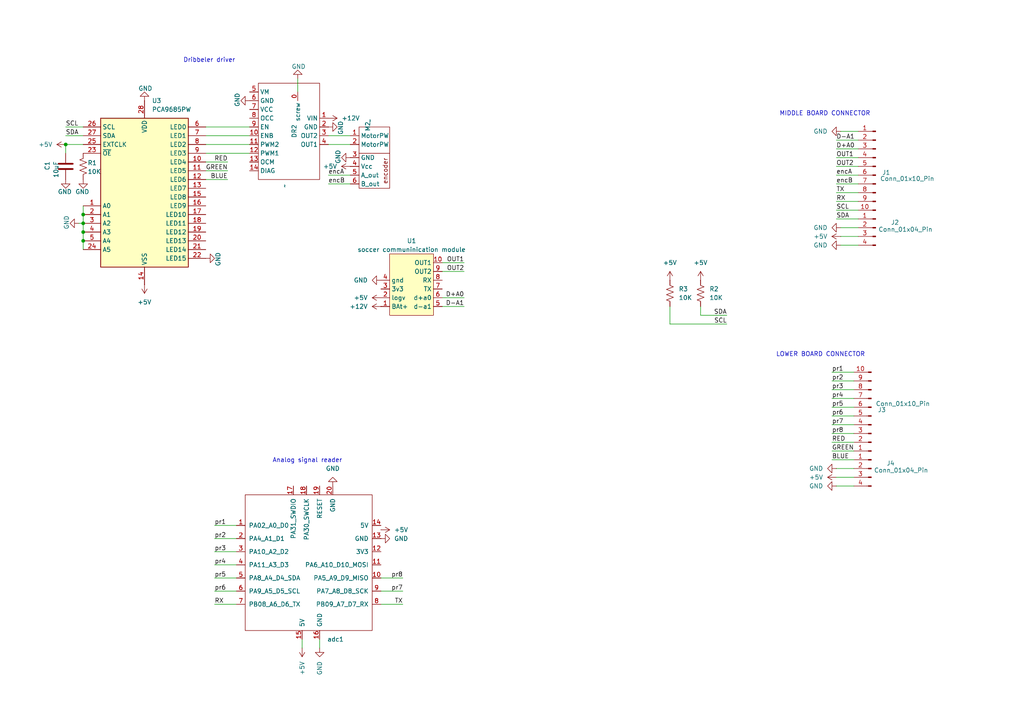
<source format=kicad_sch>
(kicad_sch (version 20250114) (generator "eeschema") (generator_version "9.0")
  (paper "A4")
  (lib_symbols
    (symbol "Connector:Conn_01x04_Pin" (pin_names (offset 1.016) (hide yes))
      (property "Reference" "J" (at 0 5.08 0))
      (property "Value" "Conn_01x04_Pin" (at 0 -7.62 0))
      (symbol "Conn_01x04_Pin_1_1"
        (rectangle (start 0.8636 2.667) (end 0 2.413) (stroke (width 0.1524)) (fill (type outline)))
        (rectangle (start 0.8636 0.127) (end 0 -0.127) (stroke (width 0.1524)) (fill (type outline)))
        (rectangle (start 0.8636 -2.413) (end 0 -2.667) (stroke (width 0.1524)) (fill (type outline)))
        (rectangle (start 0.8636 -4.953) (end 0 -5.207) (stroke (width 0.1524)) (fill (type outline)))
        (polyline (pts (xy 1.27 2.54) (xy 0.8636 2.54)) (stroke (width 0.1524)))
        (polyline (pts (xy 1.27 0) (xy 0.8636 0)) (stroke (width 0.1524)))
        (polyline (pts (xy 1.27 -2.54) (xy 0.8636 -2.54)) (stroke (width 0.1524)))
        (polyline (pts (xy 1.27 -5.08) (xy 0.8636 -5.08)) (stroke (width 0.1524)))
        (pin passive line (at 5.08 2.54 180) (length 3.81) (name "Pin_1") (number "1"))
        (pin passive line (at 5.08 0 180) (length 3.81) (name "Pin_2") (number "2"))
        (pin passive line (at 5.08 -2.54 180) (length 3.81) (name "Pin_3") (number "3"))
        (pin passive line (at 5.08 -5.08 180) (length 3.81) (name "Pin_4") (number "4"))
      )
    )
    (symbol "Connector:Conn_01x10_Pin" (pin_names (offset 1.016) (hide yes))
      (property "Reference" "J" (at 0 12.7 0))
      (property "Value" "Conn_01x10_Pin" (at 0 -15.24 0))
      (symbol "Conn_01x10_Pin_1_1"
        (rectangle (start 0.8636 10.287) (end 0 10.033) (stroke (width 0.1524)) (fill (type outline)))
        (rectangle (start 0.8636 7.747) (end 0 7.493) (stroke (width 0.1524)) (fill (type outline)))
        (rectangle (start 0.8636 5.207) (end 0 4.953) (stroke (width 0.1524)) (fill (type outline)))
        (rectangle (start 0.8636 2.667) (end 0 2.413) (stroke (width 0.1524)) (fill (type outline)))
        (rectangle (start 0.8636 0.127) (end 0 -0.127) (stroke (width 0.1524)) (fill (type outline)))
        (rectangle (start 0.8636 -2.413) (end 0 -2.667) (stroke (width 0.1524)) (fill (type outline)))
        (rectangle (start 0.8636 -4.953) (end 0 -5.207) (stroke (width 0.1524)) (fill (type outline)))
        (rectangle (start 0.8636 -7.493) (end 0 -7.747) (stroke (width 0.1524)) (fill (type outline)))
        (rectangle (start 0.8636 -10.033) (end 0 -10.287) (stroke (width 0.1524)) (fill (type outline)))
        (rectangle (start 0.8636 -12.573) (end 0 -12.827) (stroke (width 0.1524)) (fill (type outline)))
        (polyline (pts (xy 1.27 10.16) (xy 0.8636 10.16)) (stroke (width 0.1524)))
        (polyline (pts (xy 1.27 7.62) (xy 0.8636 7.62)) (stroke (width 0.1524)))
        (polyline (pts (xy 1.27 5.08) (xy 0.8636 5.08)) (stroke (width 0.1524)))
        (polyline (pts (xy 1.27 2.54) (xy 0.8636 2.54)) (stroke (width 0.1524)))
        (polyline (pts (xy 1.27 0) (xy 0.8636 0)) (stroke (width 0.1524)))
        (polyline (pts (xy 1.27 -2.54) (xy 0.8636 -2.54)) (stroke (width 0.1524)))
        (polyline (pts (xy 1.27 -5.08) (xy 0.8636 -5.08)) (stroke (width 0.1524)))
        (polyline (pts (xy 1.27 -7.62) (xy 0.8636 -7.62)) (stroke (width 0.1524)))
        (polyline (pts (xy 1.27 -10.16) (xy 0.8636 -10.16)) (stroke (width 0.1524)))
        (polyline (pts (xy 1.27 -12.7) (xy 0.8636 -12.7)) (stroke (width 0.1524)))
        (pin passive line (at 5.08 10.16 180) (length 3.81) (name "Pin_1") (number "1"))
        (pin passive line (at 5.08 7.62 180) (length 3.81) (name "Pin_2") (number "2"))
        (pin passive line (at 5.08 5.08 180) (length 3.81) (name "Pin_3") (number "3"))
        (pin passive line (at 5.08 2.54 180) (length 3.81) (name "Pin_4") (number "4"))
        (pin passive line (at 5.08 0 180) (length 3.81) (name "Pin_5") (number "5"))
        (pin passive line (at 5.08 -2.54 180) (length 3.81) (name "Pin_6") (number "6"))
        (pin passive line (at 5.08 -5.08 180) (length 3.81) (name "Pin_7") (number "7"))
        (pin passive line (at 5.08 -7.62 180) (length 3.81) (name "Pin_8") (number "8"))
        (pin passive line (at 5.08 -10.16 180) (length 3.81) (name "Pin_9") (number "9"))
        (pin passive line (at 5.08 -12.7 180) (length 3.81) (name "Pin_10") (number "10"))
      )
    )
    (symbol "Device:C" (pin_numbers (hide yes)) (pin_names (offset 0.254))
      (property "Reference" "C" (at 0.635 2.54 0))
      (property "Value" "C" (at 0.635 -2.54 0))
      (symbol "C_0_1"
        (polyline (pts (xy -2.032 0.762) (xy 2.032 0.762)) (stroke (width 0.508)))
        (polyline (pts (xy -2.032 -0.762) (xy 2.032 -0.762)) (stroke (width 0.508)))
      )
      (symbol "C_1_1"
        (pin passive line (at 0 3.81 270) (length 2.794) (name "~") (number "1"))
        (pin passive line (at 0 -3.81 90) (length 2.794) (name "~") (number "2"))
      )
    )
    (symbol "Device:R_US" (pin_numbers (hide yes)) (pin_names (offset 0))
      (property "Reference" "R" (at 2.54 0 90))
      (property "Value" "R_US" (at -2.54 0 90))
      (symbol "R_US_0_1"
        (polyline (pts (xy 0 2.286) (xy 0 2.54)))
        (polyline (pts (xy 0 2.286) (xy 1.016 1.905) (xy 0 1.524) (xy -1.016 1.143) (xy 0 0.762)))
        (polyline (pts (xy 0 0.762) (xy 1.016 0.381) (xy 0 0) (xy -1.016 -0.381) (xy 0 -0.762)))
        (polyline (pts (xy 0 -0.762) (xy 1.016 -1.143) (xy 0 -1.524) (xy -1.016 -1.905) (xy 0 -2.286)))
        (polyline (pts (xy 0 -2.286) (xy 0 -2.54)))
      )
      (symbol "R_US_1_1"
        (pin passive line (at 0 3.81 270) (length 1.27) (name "~") (number "1"))
        (pin passive line (at 0 -3.81 90) (length 1.27) (name "~") (number "2"))
      )
    )
    (symbol "Driver_LED:PCA9685PW"
      (property "Reference" "U" (at -12.7 22.225 0))
      (property "Value" "PCA9685PW" (at 1.27 22.225 0))
      (symbol "PCA9685PW_0_1"
        (rectangle (start -12.7 20.32) (end 12.7 -22.86) (stroke (width 0.254)) (fill (type background)))
      )
      (symbol "PCA9685PW_1_1"
        (pin input line (at -17.78 17.78 0) (length 5.08) (name "SCL") (number "26"))
        (pin bidirectional line (at -17.78 15.24 0) (length 5.08) (name "SDA") (number "27"))
        (pin input line (at -17.78 12.7 0) (length 5.08) (name "EXTCLK") (number "25"))
        (pin input line (at -17.78 10.16 0) (length 5.08) (name "~{OE}") (number "23"))
        (pin input line (at -17.78 -5.08 0) (length 5.08) (name "A0") (number "1"))
        (pin input line (at -17.78 -7.62 0) (length 5.08) (name "A1") (number "2"))
        (pin input line (at -17.78 -10.16 0) (length 5.08) (name "A2") (number "3"))
        (pin input line (at -17.78 -12.7 0) (length 5.08) (name "A3") (number "4"))
        (pin input line (at -17.78 -15.24 0) (length 5.08) (name "A4") (number "5"))
        (pin input line (at -17.78 -17.78 0) (length 5.08) (name "A5") (number "24"))
        (pin power_in line (at 0 25.4 270) (length 5.08) (name "VDD") (number "28"))
        (pin power_in line (at 0 -27.94 90) (length 5.08) (name "VSS") (number "14"))
        (pin output line (at 17.78 17.78 180) (length 5.08) (name "LED0") (number "6"))
        (pin output line (at 17.78 15.24 180) (length 5.08) (name "LED1") (number "7"))
        (pin output line (at 17.78 12.7 180) (length 5.08) (name "LED2") (number "8"))
        (pin output line (at 17.78 10.16 180) (length 5.08) (name "LED3") (number "9"))
        (pin output line (at 17.78 7.62 180) (length 5.08) (name "LED4") (number "10"))
        (pin output line (at 17.78 5.08 180) (length 5.08) (name "LED5") (number "11"))
        (pin output line (at 17.78 2.54 180) (length 5.08) (name "LED6") (number "12"))
        (pin output line (at 17.78 0 180) (length 5.08) (name "LED7") (number "13"))
        (pin output line (at 17.78 -2.54 180) (length 5.08) (name "LED8") (number "15"))
        (pin output line (at 17.78 -5.08 180) (length 5.08) (name "LED9") (number "16"))
        (pin output line (at 17.78 -7.62 180) (length 5.08) (name "LED10") (number "17"))
        (pin output line (at 17.78 -10.16 180) (length 5.08) (name "LED11") (number "18"))
        (pin output line (at 17.78 -12.7 180) (length 5.08) (name "LED12") (number "19"))
        (pin output line (at 17.78 -15.24 180) (length 5.08) (name "LED13") (number "20"))
        (pin output line (at 17.78 -17.78 180) (length 5.08) (name "LED14") (number "21"))
        (pin output line (at 17.78 -20.32 180) (length 5.08) (name "LED15") (number "22"))
      )
    )
    (symbol "Library:Seeed Studio XIAO SAMD21" (pin_names (offset 1.016))
      (property "Reference" "U" (at -19.05 22.86 0))
      (property "Value" "Seeed Studio XIAO SAMD21" (at -12.7 21.59 0))
      (symbol "Seeed Studio XIAO SAMD21_0_1"
        (rectangle (start -19.05 20.32) (end 17.78 -19.05))
      )
      (symbol "Seeed Studio XIAO SAMD21_1_1"
        (pin unspecified line (at -21.59 11.43 0) (length 2.54) (name "PA02_A0_D0") (number "1"))
        (pin unspecified line (at -21.59 7.62 0) (length 2.54) (name "PA4_A1_D1") (number "2"))
        (pin unspecified line (at -21.59 3.81 0) (length 2.54) (name "PA10_A2_D2") (number "3"))
        (pin unspecified line (at -21.59 0 0) (length 2.54) (name "PA11_A3_D3") (number "4"))
        (pin unspecified line (at -21.59 -3.81 0) (length 2.54) (name "PA8_A4_D4_SDA") (number "5"))
        (pin unspecified line (at -21.59 -7.62 0) (length 2.54) (name "PA9_A5_D5_SCL") (number "6"))
        (pin unspecified line (at -21.59 -11.43 0) (length 2.54) (name "PB08_A6_D6_TX") (number "7"))
        (pin input line (at -5.08 22.86 270) (length 2.54) (name "PA31_SWDIO") (number "17"))
        (pin input line (at -2.54 -21.59 90) (length 2.54) (name "5V") (number "15"))
        (pin input line (at -1.27 22.86 270) (length 2.54) (name "PA30_SWCLK") (number "18"))
        (pin input line (at 2.54 22.86 270) (length 2.54) (name "RESET") (number "19"))
        (pin input line (at 2.54 -21.59 90) (length 2.54) (name "GND") (number "16"))
        (pin input line (at 6.35 22.86 270) (length 2.54) (name "GND") (number "20"))
        (pin unspecified line (at 20.32 11.43 180) (length 2.54) (name "5V") (number "14"))
        (pin unspecified line (at 20.32 7.62 180) (length 2.54) (name "GND") (number "13"))
        (pin unspecified line (at 20.32 3.81 180) (length 2.54) (name "3V3") (number "12"))
        (pin unspecified line (at 20.32 0 180) (length 2.54) (name "PA6_A10_D10_MOSI") (number "11"))
        (pin unspecified line (at 20.32 -3.81 180) (length 2.54) (name "PA5_A9_D9_MISO") (number "10"))
        (pin unspecified line (at 20.32 -7.62 180) (length 2.54) (name "PA7_A8_D8_SCK") (number "9"))
        (pin unspecified line (at 20.32 -11.43 180) (length 2.54) (name "PB09_A7_D7_RX") (number "8"))
      )
    )
    (symbol "Library:pololu_4.4{colon}1_Metal_Gearmotor_25Dx63L_mm_MP_12V_with_48_CPR_Encoder"
      (property "Reference" "M" (at 0.508 -5.842 0))
      (symbol "pololu_4.4{colon}1_Metal_Gearmotor_25Dx63L_mm_MP_12V_with_48_CPR_Encoder_0_1"
        (rectangle (start -1.27 -3.81) (end -8.89 5.08))
        (rectangle (start -1.27 -3.81) (end 8.89 5.08))
      )
      (symbol "pololu_4.4{colon}1_Metal_Gearmotor_25Dx63L_mm_MP_12V_with_48_CPR_Encoder_1_1"
        (text "encoder\n" (at 3.81 -2.54 0) (effects (font (size 1.27 1.27))))
        (pin power_in line (at -6.35 7.62 270) (length 2.54) (name "MotorPW") (number "1"))
        (pin power_in line (at -3.81 7.62 270) (length 2.54) (name "MotorPW") (number "2"))
        (pin power_in line (at 0 7.62 270) (length 2.54) (name "GND") (number "3"))
        (pin power_in line (at 2.54 7.62 270) (length 2.54) (name "Vcc") (number "4"))
        (pin output line (at 5.08 7.62 270) (length 2.54) (name "A_out") (number "5"))
        (pin output line (at 7.62 7.62 270) (length 2.54) (name "B_out") (number "6"))
      )
    )
    (symbol "New_Library:soccer-com-mod"
      (property "Reference" "U" (at 0 9.906 0))
      (property "Value" "soccer_communication_module" (at 0.508 8.636 0))
      (symbol "soccer-com-mod_1_1"
        (rectangle (start -6.35 7.62) (end 6.35 -10.16) (fill (type background)))
        (pin input line (at -8.89 0 0) (length 2.54) (name "gnd") (number "4"))
        (pin input line (at -8.89 -2.54 0) (length 2.54) (name "3v3") (number "3"))
        (pin input line (at -8.89 -5.08 0) (length 2.54) (name "logv") (number "2"))
        (pin input line (at -8.89 -7.62 0) (length 2.54) (name "BAt+") (number "1"))
        (pin input line (at 8.89 5.08 180) (length 2.54) (name "OUT1") (number "10"))
        (pin input line (at 8.89 2.54 180) (length 2.54) (name "OUT2") (number "9"))
        (pin input line (at 8.89 0 180) (length 2.54) (name "RX") (number "8"))
        (pin input line (at 8.89 -2.54 180) (length 2.54) (name "TX") (number "7"))
        (pin input line (at 8.89 -5.08 180) (length 2.54) (name "d+a0") (number "6"))
        (pin input line (at 8.89 -7.62 180) (length 2.54) (name "d-a1") (number "5"))
      )
    )
    (symbol "TB9051FTG_2"
      (property "Reference" "DR" (at 0 -1.778 0))
      (symbol "TB9051FTG_2_0_1"
        (rectangle (start -13.97 -11.43) (end 13.97 6.35))
      )
      (symbol "TB9051FTG_2_1_1"
        (pin input line (at -11.43 0 0) (length 2.54) (name "screw") (number "0"))
        (pin power_out line (at -11.43 -13.97 90) (length 2.54) (name "VM") (number "5"))
        (pin power_in line (at -8.89 -13.97 90) (length 2.54) (name "GND") (number "6"))
        (pin power_in line (at -6.35 -13.97 90) (length 2.54) (name "VCC") (number "7"))
        (pin power_in line (at -3.81 8.89 270) (length 2.54) (name "VIN") (number "1"))
        (pin input line (at -3.81 -13.97 90) (length 2.54) (name "OCC") (number "8"))
        (pin power_in line (at -1.27 8.89 270) (length 2.54) (name "GND") (number "2"))
        (pin input line (at -1.27 -13.97 90) (length 2.54) (name "EN") (number "9"))
        (pin power_out line (at 1.27 8.89 270) (length 2.54) (name "OUT2") (number "3"))
        (pin input line (at 1.27 -13.97 90) (length 2.54) (name "ENB") (number "10"))
        (pin power_out line (at 3.81 8.89 270) (length 2.54) (name "OUT1") (number "4"))
        (pin input line (at 3.81 -13.97 90) (length 2.54) (name "PWM2") (number "11"))
        (pin input line (at 6.35 -13.97 90) (length 2.54) (name "PWM1") (number "12"))
        (pin output line (at 8.89 -13.97 90) (length 2.54) (name "OCM") (number "13"))
        (pin output line (at 11.43 -13.97 90) (length 2.54) (name "DIAG") (number "14"))
      )
    )
    (symbol "power:+12V" (power) (pin_numbers (hide yes)) (pin_names (offset 0) (hide yes))
      (property "Value" "+12V" (at 0 3.556 0))
      (symbol "+12V_0_1"
        (polyline (pts (xy -0.762 1.27) (xy 0 2.54)))
        (polyline (pts (xy 0 2.54) (xy 0.762 1.27)))
        (polyline (pts (xy 0 0) (xy 0 2.54)))
      )
      (symbol "+12V_1_1"
        (pin power_in line (at 0 0 90) (length 0) (name "~") (number "1"))
      )
    )
    (symbol "power:+5V" (power) (pin_numbers (hide yes)) (pin_names (offset 0) (hide yes))
      (property "Value" "+5V" (at 0 3.556 0))
      (symbol "+5V_0_1"
        (polyline (pts (xy -0.762 1.27) (xy 0 2.54)))
        (polyline (pts (xy 0 2.54) (xy 0.762 1.27)))
        (polyline (pts (xy 0 0) (xy 0 2.54)))
      )
      (symbol "+5V_1_1"
        (pin power_in line (at 0 0 90) (length 0) (name "~") (number "1"))
      )
    )
    (symbol "power:GND" (power) (pin_numbers (hide yes)) (pin_names (offset 0) (hide yes))
      (property "Value" "GND" (at 0 -3.81 0))
      (symbol "GND_0_1"
        (polyline (pts (xy 0 0) (xy 0 -1.27) (xy 1.27 -1.27) (xy 0 -2.54) (xy -1.27 -1.27) (xy 0 -1.27)))
      )
      (symbol "GND_1_1"
        (pin power_in line (at 0 0 270) (length 0) (name "~") (number "1"))
      )
    )
  )
  (text "Analog signal reader" (at 89.154 133.604 0) (effects (font (size 1.27 1.27))))
  (text "Dribbeler driver" (at 60.706 17.526 0) (effects (font (size 1.27 1.27))))
  (text "MIDDLE BOARD CONNECTOR\n" (at 239.268 33.02 0) (effects (font (size 1.27 1.27))))
  (text "LOWER BOARD CONNECTOR\n" (at 237.998 102.87 0) (effects (font (size 1.27 1.27))))
  (junction (at 24.13 69.85))
  (junction (at 24.13 62.23))
  (junction (at 24.13 64.77))
  (junction (at 19.05 41.91))
  (junction (at 24.13 67.31))
  (wire (pts (xy 241.3 120.65) (xy 247.65 120.65)))
  (wire (pts (xy 243.84 68.58) (xy 248.92 68.58)))
  (wire (pts (xy 24.13 67.31) (xy 24.13 69.85)))
  (wire (pts (xy 59.69 39.37) (xy 72.39 39.37)))
  (wire (pts (xy 243.84 66.04) (xy 248.92 66.04)))
  (wire (pts (xy 86.36 22.86) (xy 86.36 26.67)))
  (wire (pts (xy 24.13 62.23) (xy 24.13 64.77)))
  (wire (pts (xy 62.23 156.21) (xy 68.58 156.21)))
  (wire (pts (xy 203.2 88.9) (xy 203.2 91.44)))
  (wire (pts (xy 241.3 123.19) (xy 247.65 123.19)))
  (wire (pts (xy 22.86 64.77) (xy 24.13 64.77)))
  (wire (pts (xy 242.57 138.43) (xy 247.65 138.43)))
  (wire (pts (xy 242.57 55.88) (xy 248.92 55.88)))
  (wire (pts (xy 19.05 36.83) (xy 24.13 36.83)))
  (wire (pts (xy 134.62 86.36) (xy 128.27 86.36)))
  (wire (pts (xy 242.57 63.5) (xy 248.92 63.5)))
  (wire (pts (xy 247.65 130.81) (xy 241.3 130.81)))
  (wire (pts (xy 19.05 41.91) (xy 19.05 44.45)))
  (wire (pts (xy 110.49 175.26) (xy 116.84 175.26)))
  (wire (pts (xy 241.3 118.11) (xy 247.65 118.11)))
  (wire (pts (xy 59.69 52.07) (xy 66.04 52.07)))
  (wire (pts (xy 24.13 64.77) (xy 24.13 67.31)))
  (wire (pts (xy 62.23 160.02) (xy 68.58 160.02)))
  (wire (pts (xy 242.57 60.96) (xy 248.92 60.96)))
  (wire (pts (xy 247.65 128.27) (xy 241.3 128.27)))
  (wire (pts (xy 242.57 40.64) (xy 248.92 40.64)))
  (wire (pts (xy 241.3 115.57) (xy 247.65 115.57)))
  (wire (pts (xy 243.84 38.1) (xy 248.92 38.1)))
  (wire (pts (xy 247.65 133.35) (xy 241.3 133.35)))
  (wire (pts (xy 134.62 88.9) (xy 128.27 88.9)))
  (wire (pts (xy 194.31 88.9) (xy 194.31 93.98)))
  (wire (pts (xy 242.57 45.72) (xy 248.92 45.72)))
  (wire (pts (xy 95.25 53.34) (xy 101.6 53.34)))
  (wire (pts (xy 95.25 41.91) (xy 101.6 41.91)))
  (wire (pts (xy 95.25 50.8) (xy 101.6 50.8)))
  (wire (pts (xy 59.69 44.45) (xy 72.39 44.45)))
  (wire (pts (xy 242.57 43.18) (xy 248.92 43.18)))
  (wire (pts (xy 116.84 171.45) (xy 110.49 171.45)))
  (wire (pts (xy 134.62 78.74) (xy 128.27 78.74)))
  (wire (pts (xy 19.05 41.91) (xy 24.13 41.91)))
  (wire (pts (xy 59.69 36.83) (xy 72.39 36.83)))
  (wire (pts (xy 241.3 107.95) (xy 247.65 107.95)))
  (wire (pts (xy 241.3 113.03) (xy 247.65 113.03)))
  (wire (pts (xy 87.63 187.96) (xy 87.63 185.42)))
  (wire (pts (xy 242.57 58.42) (xy 248.92 58.42)))
  (wire (pts (xy 241.3 125.73) (xy 247.65 125.73)))
  (wire (pts (xy 59.69 41.91) (xy 72.39 41.91)))
  (wire (pts (xy 59.69 46.99) (xy 66.04 46.99)))
  (wire (pts (xy 194.31 93.98) (xy 210.82 93.98)))
  (wire (pts (xy 95.25 39.37) (xy 101.6 39.37)))
  (wire (pts (xy 62.23 152.4) (xy 68.58 152.4)))
  (wire (pts (xy 203.2 91.44) (xy 210.82 91.44)))
  (wire (pts (xy 59.69 49.53) (xy 66.04 49.53)))
  (wire (pts (xy 134.62 76.2) (xy 128.27 76.2)))
  (wire (pts (xy 242.57 140.97) (xy 247.65 140.97)))
  (wire (pts (xy 242.57 53.34) (xy 248.92 53.34)))
  (wire (pts (xy 242.57 50.8) (xy 248.92 50.8)))
  (wire (pts (xy 242.57 48.26) (xy 248.92 48.26)))
  (wire (pts (xy 62.23 163.83) (xy 68.58 163.83)))
  (wire (pts (xy 243.84 71.12) (xy 248.92 71.12)))
  (wire (pts (xy 242.57 135.89) (xy 247.65 135.89)))
  (wire (pts (xy 62.23 175.26) (xy 68.58 175.26)))
  (wire (pts (xy 62.23 167.64) (xy 68.58 167.64)))
  (wire (pts (xy 24.13 59.69) (xy 24.13 62.23)))
  (wire (pts (xy 24.13 69.85) (xy 24.13 72.39)))
  (wire (pts (xy 62.23 171.45) (xy 68.58 171.45)))
  (wire (pts (xy 116.84 167.64) (xy 110.49 167.64)))
  (wire (pts (xy 19.05 39.37) (xy 24.13 39.37)))
  (wire (pts (xy 92.71 187.96) (xy 92.71 185.42)))
  (wire (pts (xy 241.3 110.49) (xy 247.65 110.49)))
  (label "TX" (at 116.84 175.26 180))
  (label "OUT2" (at 242.57 48.26 0))
  (label "GREEN" (at 66.04 49.53 180))
  (label "encA" (at 95.25 50.8 0))
  (label "RX" (at 242.57 58.42 0))
  (label "BLUE" (at 241.3 133.35 0))
  (label "pr1" (at 62.23 152.4 0))
  (label "pr7" (at 116.84 171.45 180))
  (label "D-A1" (at 242.57 40.64 0))
  (label "D+A0" (at 134.62 86.36 180))
  (label "OUT1" (at 242.57 45.72 0))
  (label "SCL" (at 19.05 36.83 0))
  (label "pr5" (at 62.23 167.64 0))
  (label "pr8" (at 116.84 167.64 180))
  (label "TX" (at 242.57 55.88 0))
  (label "pr3" (at 241.3 113.03 0))
  (label "pr6" (at 62.23 171.45 0))
  (label "SDA" (at 210.82 91.44 180))
  (label "SCL" (at 210.82 93.98 180))
  (label "GREEN" (at 241.3 130.81 0))
  (label "pr2" (at 241.3 110.49 0))
  (label "OUT2" (at 134.62 78.74 180))
  (label "pr7" (at 241.3 123.19 0))
  (label "OUT1" (at 134.62 76.2 180))
  (label "RED" (at 241.3 128.27 0))
  (label "encA" (at 242.57 50.8 0))
  (label "encB" (at 242.57 53.34 0))
  (label "pr4" (at 62.23 163.83 0))
  (label "pr4" (at 241.3 115.57 0))
  (label "BLUE" (at 66.04 52.07 180))
  (label "RED" (at 66.04 46.99 180))
  (label "pr6" (at 241.3 120.65 0))
  (label "D+A0" (at 242.57 43.18 0))
  (label "pr1" (at 241.3 107.95 0))
  (label "SDA" (at 19.05 39.37 0))
  (label "SCL" (at 242.57 60.96 0))
  (label "RX" (at 62.23 175.26 0))
  (label "D-A1" (at 134.62 88.9 180))
  (label "pr3" (at 62.23 160.02 0))
  (label "pr8" (at 241.3 125.73 0))
  (label "encB" (at 95.25 53.34 0))
  (label "pr2" (at 62.23 156.21 0))
  (label "pr5" (at 241.3 118.11 0))
  (label "SDA" (at 242.57 63.5 0))
  (global_label "5v" (shape input) (at 158.75 223.52 270) (property "Intersheetrefs" "${INTERSHEET_REFS}" (effects (hide yes))))
  (symbol (lib_id "power:GND") (at 86.36 22.86 180) (unit 1)
    (property "Reference" "#PWR04" (effects (hide yes)))
    (property "Value" "GND" (at 86.614 19.304 0))
    (property "Description" "Power symbol creates a global label with name \"GND\" , ground" (effects (hide yes)))
  )
  (symbol (lib_id "power:+5V") (at 203.2 81.28 0) (unit 1)
    (property "Reference" "#PWR029" (effects (hide yes)))
    (property "Value" "+5V" (at 203.2 76.2 0))
    (property "Description" "Power symbol creates a global label with name \"+5V\"" (effects (hide yes)))
  )
  (symbol (lib_id "power:+12V") (at 110.49 88.9 90) (unit 1)
    (property "Reference" "#PWR015" (effects (hide yes)))
    (property "Value" "+12V" (at 106.68 88.8999 90) (effects (justify left)))
    (property "Description" "Power symbol creates a global label with name \"+12V\"" (effects (hide yes)))
  )
  (symbol (lib_id "power:GND") (at 242.57 135.89 270) (unit 1)
    (property "Reference" "#PWR022" (effects (hide yes)))
    (property "Value" "GND" (at 238.76 135.8899 90) (effects (justify right)))
    (property "Description" "Power symbol creates a global label with name \"GND\" , ground" (effects (hide yes)))
  )
  (symbol (lib_id "Driver_LED:PCA9685PW") (at 41.91 54.61 0) (unit 1)
    (property "Reference" "U3" (at 44.0533 29.21 0) (effects (justify left)))
    (property "Value" "PCA9685PW" (at 44.0533 31.75 0) (effects (justify left)))
    (property "Footprint" "Package_SO:TSSOP-28_4.4x9.7mm_P0.65mm" (effects (hide yes)))
    (property "Datasheet" "http://www.nxp.com/docs/en/data-sheet/PCA9685.pdf" (effects (hide yes)))
    (property "Description" "16-channel 12-bit PWM Fm+ I2C-bus LED controller RGBA TSSOP" (effects (hide yes)))
  )
  (symbol (lib_id "power:+12V") (at 95.25 34.29 270) (unit 1)
    (property "Reference" "#PWR06" (effects (hide yes)))
    (property "Value" "+12V" (at 99.06 34.2899 90) (effects (justify left)))
    (property "Description" "Power symbol creates a global label with name \"+12V\"" (effects (hide yes)))
  )
  (symbol (lib_id "power:GND") (at 110.49 81.28 270) (unit 1)
    (property "Reference" "#PWR013" (effects (hide yes)))
    (property "Value" "GND" (at 106.68 81.2799 90) (effects (justify right)))
    (property "Description" "Power symbol creates a global label with name \"GND\" , ground" (effects (hide yes)))
  )
  (symbol (lib_id "power:GND") (at 92.71 187.96 0) (mirror y) (unit 1)
    (property "Reference" "#PWR016" (effects (hide yes)))
    (property "Value" "GND" (at 92.7101 191.77 90) (effects (justify right)))
    (property "Description" "Power symbol creates a global label with name \"GND\" , ground" (effects (hide yes)))
  )
  (symbol (lib_id "power:GND") (at 24.13 52.07 0) (unit 1)
    (property "Reference" "#PWR01" (effects (hide yes)))
    (property "Value" "GND" (at 23.876 55.626 0))
    (property "Description" "Power symbol creates a global label with name \"GND\" , ground" (effects (hide yes)))
  )
  (symbol (lib_id "power:+5V") (at 41.91 82.55 180) (unit 1)
    (property "Reference" "#PWR09" (effects (hide yes)))
    (property "Value" "+5V" (at 41.91 87.63 0))
    (property "Description" "Power symbol creates a global label with name \"+5V\"" (effects (hide yes)))
  )
  (symbol (lib_id "Device:C") (at 19.05 48.26 0) (unit 1)
    (property "Reference" "C1" (at 13.716 46.736 90) (effects (justify right)))
    (property "Value" "10uF" (at 16.256 46.736 90) (effects (justify right)))
    (property "Description" "Unpolarized capacitor" (effects (hide yes)))
  )
  (symbol (lib_id "Device:R_US") (at 203.2 85.09 0) (unit 1)
    (property "Reference" "R2" (at 205.74 83.8199 0) (effects (justify left)))
    (property "Value" "10K" (at 205.74 86.3599 0) (effects (justify left)))
    (property "Description" "Resistor, US symbol" (effects (hide yes)))
  )
  (symbol (lib_id "power:+5V") (at 242.57 138.43 90) (unit 1)
    (property "Reference" "#PWR026" (effects (hide yes)))
    (property "Value" "+5V" (at 238.76 138.4299 90) (effects (justify left)))
    (property "Description" "Power symbol creates a global label with name \"+5V\"" (effects (hide yes)))
  )
  (symbol (lib_id "Device:R_US") (at 194.31 85.09 0) (unit 1)
    (property "Reference" "R3" (at 196.85 83.8199 0) (effects (justify left)))
    (property "Value" "10K" (at 196.85 86.3599 0) (effects (justify left)))
    (property "Description" "Resistor, US symbol" (effects (hide yes)))
  )
  (symbol (lib_id "power:GND") (at 19.05 52.07 0) (unit 1)
    (property "Reference" "#PWR012" (effects (hide yes)))
    (property "Value" "GND" (at 18.796 55.626 0))
    (property "Description" "Power symbol creates a global label with name \"GND\" , ground" (effects (hide yes)))
  )
  (symbol (lib_id "power:GND") (at 243.84 71.12 270) (unit 1)
    (property "Reference" "#PWR024" (effects (hide yes)))
    (property "Value" "GND" (at 240.03 71.1199 90) (effects (justify right)))
    (property "Description" "Power symbol creates a global label with name \"GND\" , ground" (effects (hide yes)))
  )
  (symbol (lib_id "power:GND") (at 101.6 45.72 270) (unit 1)
    (property "Reference" "#PWR07" (effects (hide yes)))
    (property "Value" "GND" (at 98.044 45.466 0))
    (property "Description" "Power symbol creates a global label with name \"GND\" , ground" (effects (hide yes)))
  )
  (symbol (lib_id "power:+5V") (at 243.84 68.58 90) (unit 1)
    (property "Reference" "#PWR025" (effects (hide yes)))
    (property "Value" "+5V" (at 240.03 68.5799 90) (effects (justify left)))
    (property "Description" "Power symbol creates a global label with name \"+5V\"" (effects (hide yes)))
  )
  (symbol (lib_id "Device:R_US") (at 24.13 48.26 0) (mirror y) (unit 1)
    (property "Reference" "R1" (at 25.4 47.244 0) (effects (justify right)))
    (property "Value" "10K" (at 25.4 49.784 0) (effects (justify right)))
    (property "Description" "Resistor, US symbol" (effects (hide yes)))
  )
  (symbol (lib_id "Library:Seeed Studio XIAO SAMD21") (at 90.17 163.83 0) (unit 1)
    (property "Reference" "adc1" (at 94.9041 185.42 0) (effects (justify left)))
    (property "Value" "Seeed Studio XIAO SAMD21" (effects (hide yes)))
    (property "Footprint" "Seeed Studio XIAO Series Library:XIAO-SAMD21-SMD" (effects (hide yes)))
  )
  (symbol (lib_id "power:+5V") (at 101.6 48.26 90) (unit 1)
    (property "Reference" "#PWR08" (effects (hide yes)))
    (property "Value" "+5V" (at 97.79 48.2599 90) (effects (justify left)))
    (property "Description" "Power symbol creates a global label with name \"+5V\"" (effects (hide yes)))
  )
  (symbol (lib_id "Library:pololu_4.4{colon}1_Metal_Gearmotor_25Dx63L_mm_MP_12V_with_48_CPR_Encoder") (at 109.22 45.72 90) (mirror x) (unit 1)
    (property "Reference" "M2" (at 106.6801 38.1 0) (effects (justify right)))
    (property "Value" "~" (at 107.315 35.56 0) (effects (justify right)))
    (property "Footprint" "Connector_PinHeader_2.54mm:PinHeader_1x06_P2.54mm_Vertical" (effects (hide yes)))
  )
  (symbol (lib_id "power:GND") (at 96.52 140.97 180) (unit 1)
    (property "Reference" "#PWR020" (effects (hide yes)))
    (property "Value" "GND" (at 96.52 135.89 0))
    (property "Description" "Power symbol creates a global label with name \"GND\" , ground" (effects (hide yes)))
  )
  (symbol (lib_id "power:GND") (at 95.25 36.83 90) (unit 1)
    (property "Reference" "#PWR05" (effects (hide yes)))
    (property "Value" "GND" (at 98.806 37.084 0))
    (property "Description" "Power symbol creates a global label with name \"GND\" , ground" (effects (hide yes)))
  )
  (symbol (lib_id "Connector:Conn_01x04_Pin") (at 252.73 135.89 0) (mirror y) (unit 1)
    (property "Reference" "J4" (at 258.318 134.366 0))
    (property "Value" "Conn_01x04_Pin" (at 261.366 136.398 0))
    (property "Footprint" "Connector_JST:JST_EH_S4B-EH_1x04_P2.50mm_Horizontal" (effects (hide yes)))
    (property "Description" "Generic connector, single row, 01x04, script generated" (effects (hide yes)))
  )
  (symbol (lib_id "power:+5V") (at 110.49 86.36 90) (unit 1)
    (property "Reference" "#PWR014" (effects (hide yes)))
    (property "Value" "+5V" (at 106.68 86.3599 90) (effects (justify left)))
    (property "Description" "Power symbol creates a global label with name \"+5V\"" (effects (hide yes)))
  )
  (symbol (lib_id "power:GND") (at 59.69 74.93 90) (unit 1)
    (property "Reference" "#PWR030" (effects (hide yes)))
    (property "Value" "GND" (at 63.246 75.184 0))
    (property "Description" "Power symbol creates a global label with name \"GND\" , ground" (effects (hide yes)))
  )
  (symbol (lib_id "power:GND") (at 242.57 140.97 270) (unit 1)
    (property "Reference" "#PWR027" (effects (hide yes)))
    (property "Value" "GND" (at 238.76 140.9699 90) (effects (justify right)))
    (property "Description" "Power symbol creates a global label with name \"GND\" , ground" (effects (hide yes)))
  )
  (symbol (lib_id "power:GND") (at 243.84 38.1 270) (unit 1)
    (property "Reference" "#PWR021" (effects (hide yes)))
    (property "Value" "GND" (at 240.03 38.0999 90) (effects (justify right)))
    (property "Description" "Power symbol creates a global label with name \"GND\" , ground" (effects (hide yes)))
  )
  (symbol (lib_id "Connector:Conn_01x10_Pin") (at 252.73 120.65 180) (unit 1)
    (property "Reference" "J3" (at 255.778 118.872 0))
    (property "Value" "Conn_01x10_Pin" (at 261.874 117.094 0))
    (property "Footprint" "Connector_JST:JST_EH_S10B-EH_1x10_P2.50mm_Horizontal" (effects (hide yes)))
    (property "Description" "Generic connector, single row, 01x10, script generated" (effects (hide yes)))
  )
  (symbol (lib_id "Connector:Conn_01x04_Pin") (at 254 66.04 0) (mirror y) (unit 1)
    (property "Reference" "J2" (at 259.588 64.516 0))
    (property "Value" "Conn_01x04_Pin" (at 262.636 66.548 0))
    (property "Footprint" "Connector_JST:JST_EH_S4B-EH_1x04_P2.50mm_Horizontal" (effects (hide yes)))
    (property "Description" "Generic connector, single row, 01x04, script generated" (effects (hide yes)))
  )
  (symbol (lib_id "power:GND") (at 243.84 66.04 270) (unit 1)
    (property "Reference" "#PWR023" (effects (hide yes)))
    (property "Value" "GND" (at 240.03 66.0399 90) (effects (justify right)))
    (property "Description" "Power symbol creates a global label with name \"GND\" , ground" (effects (hide yes)))
  )
  (symbol (lib_id "power:GND") (at 72.39 29.21 270) (unit 1)
    (property "Reference" "#PWR03" (effects (hide yes)))
    (property "Value" "GND" (at 68.834 28.956 0))
    (property "Description" "Power symbol creates a global label with name \"GND\" , ground" (effects (hide yes)))
  )
  (symbol (lib_id "power:+5V") (at 87.63 187.96 0) (mirror x) (unit 1)
    (property "Reference" "#PWR017" (effects (hide yes)))
    (property "Value" "+5V" (at 87.6301 191.77 90) (effects (justify left)))
    (property "Description" "Power symbol creates a global label with name \"+5V\"" (effects (hide yes)))
  )
  (symbol (lib_id "power:GND") (at 41.91 29.21 180) (unit 1)
    (property "Reference" "#PWR02" (effects (hide yes)))
    (property "Value" "GND" (at 42.164 25.654 0))
    (property "Description" "Power symbol creates a global label with name \"GND\" , ground" (effects (hide yes)))
  )
  (symbol (lib_id "power:+5V") (at 110.49 153.67 270) (unit 1)
    (property "Reference" "#PWR018" (effects (hide yes)))
    (property "Value" "+5V" (at 114.3 153.6701 90) (effects (justify left)))
    (property "Description" "Power symbol creates a global label with name \"+5V\"" (effects (hide yes)))
  )
  (symbol (lib_id "power:+5V") (at 194.31 81.28 0) (unit 1)
    (property "Reference" "#PWR028" (effects (hide yes)))
    (property "Value" "+5V" (at 194.31 76.2 0))
    (property "Description" "Power symbol creates a global label with name \"+5V\"" (effects (hide yes)))
  )
  (symbol (lib_id "power:GND") (at 110.49 156.21 90) (unit 1)
    (property "Reference" "#PWR019" (effects (hide yes)))
    (property "Value" "GND" (at 114.3 156.2101 90) (effects (justify right)))
    (property "Description" "Power symbol creates a global label with name \"GND\" , ground" (effects (hide yes)))
  )
  (symbol (lib_name "TB9051FTG_2") (lib_id "Library:TB9051FTG_2") (at 86.36 38.1 270) (unit 1)
    (property "Reference" "DR2" (at 85.344 36.068 0) (effects (justify left)))
    (property "Value" "~" (at 82.55 53.34 0) (effects (justify left)))
    (property "Footprint" "Library:motordriver" (effects (hide yes)))
    (property "Datasheet" "https://www.pololu.com/product/2997/resources" (effects (hide yes)))
  )
  (symbol (lib_id "New_Library:soccer-com-mod") (at 119.38 81.28 0) (unit 1)
    (property "Reference" "U1" (at 119.38 69.85 0))
    (property "Value" "soccer communinication module" (at 119.38 72.39 0))
    (property "Footprint" "Library:soccer-communication-module" (effects (hide yes)))
    (property "Datasheet" "https://github.com/robocup-junior/soccer-communication-module" (effects (hide yes)))
  )
  (symbol (lib_id "power:+5V") (at 19.05 41.91 90) (unit 1)
    (property "Reference" "#PWR011" (effects (hide yes)))
    (property "Value" "+5V" (at 15.24 41.9099 90) (effects (justify left)))
    (property "Description" "Power symbol creates a global label with name \"+5V\"" (effects (hide yes)))
  )
  (symbol (lib_id "Connector:Conn_01x10_Pin") (at 254 48.26 0) (mirror y) (unit 1)
    (property "Reference" "J1" (at 257.048 50.038 0))
    (property "Value" "Conn_01x10_Pin" (at 263.144 51.816 0))
    (property "Footprint" "Connector_JST:JST_EH_S10B-EH_1x10_P2.50mm_Horizontal" (effects (hide yes)))
    (property "Description" "Generic connector, single row, 01x10, script generated" (effects (hide yes)))
  )
  (symbol (lib_id "power:GND") (at 22.86 64.77 270) (unit 1)
    (property "Reference" "#PWR010" (effects (hide yes)))
    (property "Value" "GND" (at 19.304 64.516 0))
    (property "Description" "Power symbol creates a global label with name \"GND\" , ground" (effects (hide yes)))
  )
)
</source>
